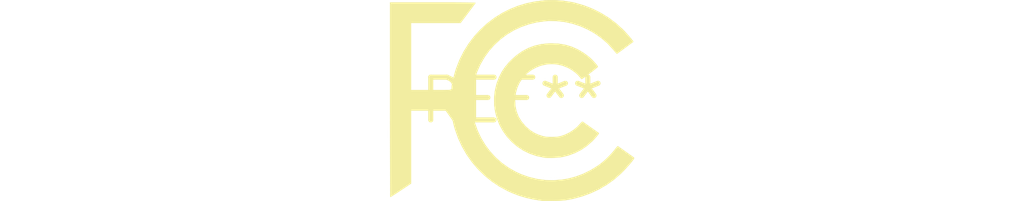
<source format=kicad_pcb>
(kicad_pcb (version 20240108) (generator pcbnew)
  (layers (0 "F.Cu" signal) (31 "B.Cu" signal) (34 "B.Paste" user) (35 "F.Paste" user) (36 "B.SilkS" user "B.Silkscreen") (37 "F.SilkS" user "F.Silkscreen") (38 "B.Mask" user) (39 "F.Mask" user) (44 "Edge.Cuts" user))
  (net 0 "")
  (footprint "FCC-Logo_7.3x6mm_SilkScreen" (layer "F.Cu") (at 0 0)
    (property "Reference" "REF**")
    (property "Value" "FCC-Logo_7.3x6mm_SilkScreen")
    (fp_poly (pts (xy 1.372452 -1.683595) (xy 1.568629 -1.651005) (xy 1.755267 -1.595558) (xy 1.934936 -1.51633) (xy 2.110206 -1.412395) (xy 2.264684 -1.298279) (xy 2.311875 -1.257433) (xy 2.362355 -1.209126) (xy 2.412387 -1.15751) (xy 2.458233 -1.106741) (xy 2.496158 -1.060973) (xy 2.522422 -1.024358) (xy 2.53329 -1.001052) (xy 2.533386 -0.99962) (xy 2.523283 -0.98764) (xy 2.495445 -0.962978) (xy 2.453574 -0.928456) (xy 2.401374 -0.886895) (xy 2.342549 -0.841119) (xy 2.280803 -0.793948) (xy 2.219838 -0.748205) (xy 2.16336 -0.706713) (xy 2.115071 -0.672292) (xy 2.078675 -0.647766) (xy 2.057876 -0.635955) (xy 2.055272 -0.635312) (xy 2.04154 -0.645302) (xy 2.018998 -0.670472) (xy 2.004219 -0.689579) (xy 1.936175 -0.766816) (xy 1.847711 -0.843486) (xy 1.744569 -0.915088) (xy 1.645565 -0.970663) (xy 1.494095 -1.032181) (xy 1.335428 -1.069435) (xy 1.172951 -1.082409) (xy 1.010052 -1.07109) (xy 0.850116 -1.035462) (xy 0.696532 -0.97551) (xy 0.695179 -0.974855) (xy 0.545507 -0.888444) (xy 0.414789 -0.784293) (xy 0.304036 -0.664009) (xy 0.214258 -0.529198) (xy 0.146467 -0.381468) (xy 0.101673 -0.222425) (xy 0.080887 -0.053677) (xy 0.079468 0.004003) (xy 0.090965 0.17532) (xy 0.125963 0.334726) (xy 0.184877 0.483184) (xy 0.268122 0.621655) (xy 0.376112 0.751103) (xy 0.420308 0.794907) (xy 0.532221 0.889747) (xy 0.648155 0.964413) (xy 0.775202 1.022816) (xy 0.914414 1.067265) (xy 0.984552 1.080241) (xy 1.072095 1.087938) (xy 1.168521 1.090358) (xy 1.265307 1.087499) (xy 1.353931 1.079362) (xy 1.420713 1.067269) (xy 1.552435 1.023959) (xy 1.68339 0.961308) (xy 1.807061 0.883376) (xy 1.916929 0.79422) (xy 1.999099 0.70715) (xy 2.036094 0.664823) (xy 2.064651 0.638762) (xy 2.081759 0.631669) (xy 2.082762 0.63213) (xy 2.096328 0.6415) (xy 2.127572 0.663462) (xy 2.172618 0.695266) (xy 2.227588 0.734161) (xy 2.288605 0.777396) (xy 2.351792 0.822221) (xy 2.413272 0.865885) (xy 2.469167 0.905638) (xy 2.515601 0.938729) (xy 2.548697 0.962408) (xy 2.564576 0.973923) (xy 2.565006 0.974251) (xy 2.561226 0.986862) (xy 2.542666 1.014595) (xy 2.512699 1.053321) (xy 2.474693 1.098908) (xy 2.43202 1.147227) (xy 2.388051 1.19415) (xy 2.373188 1.20927) (xy 2.215614 1.348738) (xy 2.042615 1.467135) (xy 1.855878 1.563571) (xy 1.657084 1.637159) (xy 1.47841 1.681368) (xy 1.414234 1.690741) (xy 1.333014 1.698093) (xy 1.242182 1.703195) (xy 1.149172 1.705821) (xy 1.061415 1.705742) (xy 0.986346 1.702731) (xy 0.939271 1.697884) (xy 0.724297 1.652703) (xy 0.523243 1.585128) (xy 0.335407 1.494814) (xy 0.160089 1.381417) (xy -0.003414 1.244595) (xy -0.021766 1.227077) (xy -0.163679 1.071961) (xy -0.28384 0.903302) (xy -0.381717 0.723245) (xy -0.456774 0.533933) (xy -0.50848 0.337511) (xy -0.536301 0.136123) (xy -0.539704 -0.068087) (xy -0.518156 -0.272975) (xy -0.471122 -0.476396) (xy -0.456837 -0.522159) (xy -0.391838 -0.692886) (xy -0.312779 -0.847748) (xy -0.21616 -0.992352) (xy -0.098478 -1.132309) (xy -0.034797 -1.198177) (xy 0.126541 -1.342136) (xy 0.296192 -1.461047) (xy 0.474877 -1.555209) (xy 0.663316 -1.624919) (xy 0.86223 -1.670477) (xy 1.072339 -1.69218) (xy 1.164167 -1.694253) (xy 1.372452 -1.683595)) (layer "F.SilkS") (stroke (width 0.01)) (fill solid))
    (fp_poly (pts (xy 1.49645 -2.961307) (xy 1.764096 -2.919549) (xy 1.845469 -2.901576) (xy 2.114322 -2.824553) (xy 2.374256 -2.723294) (xy 2.623337 -2.598872) (xy 2.859636 -2.452363) (xy 3.08122 -2.284842) (xy 3.280392 -2.103164) (xy 3.322832 -2.059277) (xy 3.370464 -2.007676) (xy 3.420061 -1.952142) (xy 3.468396 -1.896456) (xy 3.512243 -1.844399) (xy 3.548375 -1.799753) (xy 3.573567 -1.766299) (xy 3.584591 -1.747818) (xy 3.584822 -1.746392) (xy 3.574745 -1.735666) (xy 3.54925 -1.715557) (xy 3.528598 -1.700729) (xy 3.499021 -1.679564) (xy 3.453287 -1.646113) (xy 3.396356 -1.604036) (xy 3.333186 -1.556991) (xy 3.291077 -1.525443) (xy 3.230967 -1.480723) (xy 3.178047 -1.442161) (xy 3.135973 -1.412355) (xy 3.108399 -1.393904) (xy 3.099254 -1.389064) (xy 3.087445 -1.398692) (xy 3.062406 -1.425033) (xy 3.027599 -1.464268) (xy 2.986486 -1.512582) (xy 2.978528 -1.522136) (xy 2.816714 -1.696635) (xy 2.636975 -1.853183) (xy 2.441701 -1.990781) (xy 2.233284 -2.108428) (xy 2.014113 -2.205122) (xy 1.78658 -2.279864) (xy 1.553075 -2.331654) (xy 1.31599 -2.35949) (xy 1.077714 -2.362372) (xy 0.984788 -2.3565) (xy 0.733147 -2.322411) (xy 0.491173 -2.264329) (xy 0.26009 -2.183332) (xy 0.041123 -2.080502) (xy -0.164501 -1.956921) (xy -0.355558 -1.813668) (xy -0.530822 -1.651826) (xy -0.689067 -1.472476) (xy -0.829069 -1.276697) (xy -0.949601 -1.065572) (xy -1.049439 -0.840181) (xy -1.127357 -0.601605) (xy -1.160716 -0.463793) (xy -1.172651 -0.405528) (xy -1.181591 -0.354621) (xy -1.187971 -0.305515) (xy -1.192229 -0.252651) (xy -1.194802 -0.190472) (xy -1.196126 -0.11342) (xy -1.196639 -0.015939) (xy -1.196659 -0.006614) (xy -1.196335 0.102975) (xy -1.194679 0.191317) (xy -1.191396 0.263601) (xy -1.186191 0.325018) (xy -1.178767 0.380759) (xy -1.172553 0.416719) (xy -1.114205 0.659722) (xy -1.032307 0.892907) (xy -0.928085 1.114743) (xy -0.802762 1.3237) (xy -0.657563 1.518249) (xy -0.493712 1.696859) (xy -0.312434 1.858) (xy -0.114952 2.000143) (xy 0.09751 2.121757) (xy 0.246903 2.190687) (xy 0.483581 2.275874) (xy 0.724968 2.335117) (xy 0.970157 2.368327) (xy 1.218236 2.375415) (xy 1.468298 2.356291) (xy 1.642591 2.327551) (xy 1.872128 2.268289) (xy 2.098192 2.184111) (xy 2.317402 2.076559) (xy 2.526371 1.947174) (xy 2.610541 1.886489) (xy 2.692368 1.819953) (xy 2.781231 1.739451) (xy 2.870326 1.651746) (xy 2.952853 1.563604) (xy 3.022008 1.481788) (xy 3.036747 1.462667) (xy 3.070453 1.419364) (xy 3.098935 1.385498) (xy 3.118141 1.365751) (xy 3.123302 1.362605) (xy 3.137522 1.370013) (xy 3.168813 1.390347) (xy 3.212997 1.420772) (xy 3.265893 1.458453) (xy 3.284204 1.471745) (xy 3.348294 1.518103) (xy 3.41395 1.564947) (xy 3.473704 1.606986) (xy 3.520086 1.638928) (xy 3.522295 1.640417) (xy 3.563551 1.669555) (xy 3.594647 1.694114) (xy 3.610268 1.709811) (xy 3.611144 1.712) (xy 3.602671 1.733836) (xy 3.578078 1.771338) (xy 3.539955 1.821468) (xy 3.490896 1.881188) (xy 3.433492 1.947459) (xy 3.370334 2.017241) (xy 3.304015 2.087498) (xy 3.237127 2.15519) (xy 3.213098 2.178644) (xy 3.015676 2.351211) (xy 2.800058 2.505952) (xy 2.568616 2.641683) (xy 2.323724 2.75722) (xy 2.067753 2.851379) (xy 1.803077 2.922977) (xy 1.666875 2.950181) (xy 1.595017 2.961593) (xy 1.522961 2.97011) (xy 1.444477 2.976191) (xy 1.353332 2.980294) (xy 1.243294 2.982877) (xy 1.217084 2.983272) (xy 1.129959 2.984197) (xy 1.049159 2.984526) (xy 0.979375 2.98428) (xy 0.925301 2.983482) (xy 0.891628 2.982155) (xy 0.886355 2.981675) (xy 0.638395 2.944475) (xy 0.408192 2.893748) (xy 0.189848 2.827826) (xy -0.022531 2.745043) (xy -0.138906 2.691734) (xy -0.381881 2.560224) (xy -0.610224 2.407383) (xy -0.822744 2.234672) (xy -1.018245 2.04355) (xy -1.195535 1.835479) (xy -1.353421 1.611919) (xy -1.490709 1.374331) (xy -1.606205 1.124175) (xy -1.698717 0.862912) (xy -1.732858 0.740834) (xy -1.74262 0.701333) (xy -1.751791 0.660312) (xy -1.761226 0.613199) (xy -1.771782 0.555424) (xy -1.784316 0.482415) (xy -1.799684 0.3896) (xy -1.806595 0.347266) (xy -1.813594 0.304271) (xy -3.00302 0.304271) (xy -3.00302 2.469834) (xy -3.30427 2.670282) (xy -3.383678 2.722893) (xy -3.455942 2.770341) (xy -3.518134 2.810736) (xy -3.56732 2.842187) (xy -3.60057 2.862806) (xy -3.614953 2.870702) (xy -3.615156 2.87073) (xy -3.616071 2.8577) (xy -3.616963 2.81941) (xy -3.617827 2.757059) (xy -3.618659 2.671844) (xy -3.619456 2.564963) (xy -3.620213 2.437614) (xy -3.620927 2.290997) (xy -3.621593 2.126309) (xy -3.622208 1.944747) (xy -3.622767 1.747511) (xy -3.623267 1.535799) (xy -3.623703 1.310808) (xy -3.624071 1.073738) (xy -3.624368 0.825785) (xy -3.62459 0.568149) (xy -3.624732 0.302027) (xy -3.62479 0.028618) (xy -3.624791 -0.019843) (xy -3.624791 -2.910416) (xy -2.354011 -2.910416) (xy -2.13512 -2.910355) (xy -1.941371 -2.910159) (xy -1.771447 -2.909812) (xy -1.624033 -2.909295) (xy -1.497812 -2.908593) (xy -1.391468 -2.907687) (xy -1.303684 -2.90656) (xy -1.233145 -2.905195) (xy -1.178533 -2.903576) (xy -1.138534 -2.901683) (xy -1.11183 -2.899501) (xy -1.097105 -2.897012) (xy -1.093043 -2.894199) (xy -1.093184 -2.89388) (xy -1.103503 -2.879266) (xy -1.127559 -2.846435) (xy -1.16318 -2.798311) (xy -1.208196 -2.737818) (xy -1.260436 -2.667881) (xy -1.317727 -2.591424) (xy -1.319089 -2.589609) (xy -1.53504 -2.301875) (xy -3.00302 -2.301875) (xy -3.00302 -0.30427) (xy -2.409123 -0.30427) (xy -2.266108 -0.304223) (xy -2.147313 -0.304267) (xy -2.050499 -0.304678) (xy -1.973428 -0.305733) (xy -1.913861 -0.30771) (xy -1.869562 -0.310885) (xy -1.838291 -0.315536) (xy -1.81781 -0.32194) (xy -1.805882 -0.330372) (xy -1.800267 -0.341112) (xy -1.798729 -0.354434) (xy -1.799027 -0.370617) (xy -1.799166 -0.379758) (xy -1.79541 -0.422591) (xy -1.784962 -0.485421) (xy -1.769058 -0.563) (xy -1.748932 -0.65008) (xy -1.725819 -0.741414) (xy -1.700953 -0.831755) (xy -1.675567 -0.915855) (xy -1.666513 -0.943673) (xy -1.567073 -1.200856) (xy -1.444429 -1.446638) (xy -1.299906 -1.679532) (xy -1.134831 -1.898051) (xy -0.950529 -2.100709) (xy -0.748326 -2.286019) (xy -0.529548 -2.452496) (xy -0.295521 -2.598652) (xy -0.101253 -2.698526) (xy 0.150362 -2.802004) (xy 0.411496 -2.881991) (xy 0.679412 -2.9382) (xy 0.951369 -2.970346) (xy 1.224628 -2.978144) (xy 1.49645 -2.961307)) (layer "F.SilkS") (stroke (width 0.01)) (fill solid))
  )
)
</source>
